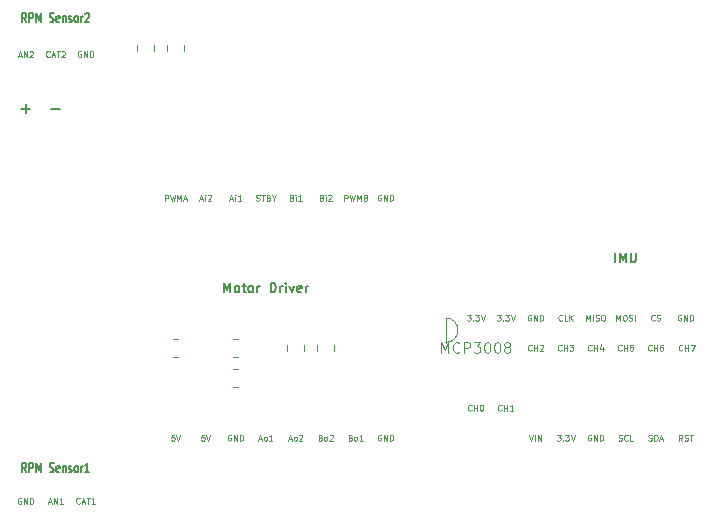
<source format=gbr>
%TF.GenerationSoftware,KiCad,Pcbnew,(6.0.7-1)-1*%
%TF.CreationDate,2022-09-15T19:16:24-07:00*%
%TF.ProjectId,KamiPCBv2,4b616d69-5043-4427-9632-2e6b69636164,rev?*%
%TF.SameCoordinates,Original*%
%TF.FileFunction,Legend,Top*%
%TF.FilePolarity,Positive*%
%FSLAX46Y46*%
G04 Gerber Fmt 4.6, Leading zero omitted, Abs format (unit mm)*
G04 Created by KiCad (PCBNEW (6.0.7-1)-1) date 2022-09-15 19:16:24*
%MOMM*%
%LPD*%
G01*
G04 APERTURE LIST*
%ADD10C,0.120000*%
%ADD11C,0.125000*%
%ADD12C,0.150000*%
%ADD13C,0.121920*%
G04 APERTURE END LIST*
D10*
X147320000Y-109220000D02*
X147320000Y-111300000D01*
X147320000Y-111300000D02*
G75*
G03*
X147320000Y-109220000I0J1040000D01*
G01*
D11*
X164492857Y-119582380D02*
X164564285Y-119606190D01*
X164683333Y-119606190D01*
X164730952Y-119582380D01*
X164754761Y-119558571D01*
X164778571Y-119510952D01*
X164778571Y-119463333D01*
X164754761Y-119415714D01*
X164730952Y-119391904D01*
X164683333Y-119368095D01*
X164588095Y-119344285D01*
X164540476Y-119320476D01*
X164516666Y-119296666D01*
X164492857Y-119249047D01*
X164492857Y-119201428D01*
X164516666Y-119153809D01*
X164540476Y-119130000D01*
X164588095Y-119106190D01*
X164707142Y-119106190D01*
X164778571Y-119130000D01*
X164992857Y-119606190D02*
X164992857Y-119106190D01*
X165111904Y-119106190D01*
X165183333Y-119130000D01*
X165230952Y-119177619D01*
X165254761Y-119225238D01*
X165278571Y-119320476D01*
X165278571Y-119391904D01*
X165254761Y-119487142D01*
X165230952Y-119534761D01*
X165183333Y-119582380D01*
X165111904Y-119606190D01*
X164992857Y-119606190D01*
X165469047Y-119463333D02*
X165707142Y-119463333D01*
X165421428Y-119606190D02*
X165588095Y-119106190D01*
X165754761Y-119606190D01*
X159639047Y-119130000D02*
X159591428Y-119106190D01*
X159520000Y-119106190D01*
X159448571Y-119130000D01*
X159400952Y-119177619D01*
X159377142Y-119225238D01*
X159353333Y-119320476D01*
X159353333Y-119391904D01*
X159377142Y-119487142D01*
X159400952Y-119534761D01*
X159448571Y-119582380D01*
X159520000Y-119606190D01*
X159567619Y-119606190D01*
X159639047Y-119582380D01*
X159662857Y-119558571D01*
X159662857Y-119391904D01*
X159567619Y-119391904D01*
X159877142Y-119606190D02*
X159877142Y-119106190D01*
X160162857Y-119606190D01*
X160162857Y-119106190D01*
X160400952Y-119606190D02*
X160400952Y-119106190D01*
X160520000Y-119106190D01*
X160591428Y-119130000D01*
X160639047Y-119177619D01*
X160662857Y-119225238D01*
X160686666Y-119320476D01*
X160686666Y-119391904D01*
X160662857Y-119487142D01*
X160639047Y-119534761D01*
X160591428Y-119582380D01*
X160520000Y-119606190D01*
X160400952Y-119606190D01*
X116351904Y-124898600D02*
X116328095Y-124922409D01*
X116256666Y-124946219D01*
X116209047Y-124946219D01*
X116137619Y-124922409D01*
X116090000Y-124874790D01*
X116066190Y-124827171D01*
X116042380Y-124731933D01*
X116042380Y-124660505D01*
X116066190Y-124565267D01*
X116090000Y-124517648D01*
X116137619Y-124470029D01*
X116209047Y-124446219D01*
X116256666Y-124446219D01*
X116328095Y-124470029D01*
X116351904Y-124493838D01*
X116542380Y-124803362D02*
X116780476Y-124803362D01*
X116494761Y-124946219D02*
X116661428Y-124446219D01*
X116828095Y-124946219D01*
X116923333Y-124446219D02*
X117209047Y-124446219D01*
X117066190Y-124946219D02*
X117066190Y-124446219D01*
X117637619Y-124946219D02*
X117351904Y-124946219D01*
X117494761Y-124946219D02*
X117494761Y-124446219D01*
X117447142Y-124517648D01*
X117399523Y-124565267D01*
X117351904Y-124589076D01*
D12*
X113919047Y-91511428D02*
X114680952Y-91511428D01*
X111814285Y-84181904D02*
X111614285Y-83800952D01*
X111471428Y-84181904D02*
X111471428Y-83381904D01*
X111700000Y-83381904D01*
X111757142Y-83420000D01*
X111785714Y-83458095D01*
X111814285Y-83534285D01*
X111814285Y-83648571D01*
X111785714Y-83724761D01*
X111757142Y-83762857D01*
X111700000Y-83800952D01*
X111471428Y-83800952D01*
X112071428Y-84181904D02*
X112071428Y-83381904D01*
X112300000Y-83381904D01*
X112357142Y-83420000D01*
X112385714Y-83458095D01*
X112414285Y-83534285D01*
X112414285Y-83648571D01*
X112385714Y-83724761D01*
X112357142Y-83762857D01*
X112300000Y-83800952D01*
X112071428Y-83800952D01*
X112671428Y-84181904D02*
X112671428Y-83381904D01*
X112871428Y-83953333D01*
X113071428Y-83381904D01*
X113071428Y-84181904D01*
X113785714Y-84143809D02*
X113871428Y-84181904D01*
X114014285Y-84181904D01*
X114071428Y-84143809D01*
X114100000Y-84105714D01*
X114128571Y-84029523D01*
X114128571Y-83953333D01*
X114100000Y-83877142D01*
X114071428Y-83839047D01*
X114014285Y-83800952D01*
X113900000Y-83762857D01*
X113842857Y-83724761D01*
X113814285Y-83686666D01*
X113785714Y-83610476D01*
X113785714Y-83534285D01*
X113814285Y-83458095D01*
X113842857Y-83420000D01*
X113900000Y-83381904D01*
X114042857Y-83381904D01*
X114128571Y-83420000D01*
X114614285Y-84143809D02*
X114557142Y-84181904D01*
X114442857Y-84181904D01*
X114385714Y-84143809D01*
X114357142Y-84067619D01*
X114357142Y-83762857D01*
X114385714Y-83686666D01*
X114442857Y-83648571D01*
X114557142Y-83648571D01*
X114614285Y-83686666D01*
X114642857Y-83762857D01*
X114642857Y-83839047D01*
X114357142Y-83915238D01*
X114900000Y-83648571D02*
X114900000Y-84181904D01*
X114900000Y-83724761D02*
X114928571Y-83686666D01*
X114985714Y-83648571D01*
X115071428Y-83648571D01*
X115128571Y-83686666D01*
X115157142Y-83762857D01*
X115157142Y-84181904D01*
X115414285Y-84143809D02*
X115471428Y-84181904D01*
X115585714Y-84181904D01*
X115642857Y-84143809D01*
X115671428Y-84067619D01*
X115671428Y-84029523D01*
X115642857Y-83953333D01*
X115585714Y-83915238D01*
X115500000Y-83915238D01*
X115442857Y-83877142D01*
X115414285Y-83800952D01*
X115414285Y-83762857D01*
X115442857Y-83686666D01*
X115500000Y-83648571D01*
X115585714Y-83648571D01*
X115642857Y-83686666D01*
X116014285Y-84181904D02*
X115957142Y-84143809D01*
X115928571Y-84105714D01*
X115900000Y-84029523D01*
X115900000Y-83800952D01*
X115928571Y-83724761D01*
X115957142Y-83686666D01*
X116014285Y-83648571D01*
X116100000Y-83648571D01*
X116157142Y-83686666D01*
X116185714Y-83724761D01*
X116214285Y-83800952D01*
X116214285Y-84029523D01*
X116185714Y-84105714D01*
X116157142Y-84143809D01*
X116100000Y-84181904D01*
X116014285Y-84181904D01*
X116471428Y-84181904D02*
X116471428Y-83648571D01*
X116471428Y-83800952D02*
X116500000Y-83724761D01*
X116528571Y-83686666D01*
X116585714Y-83648571D01*
X116642857Y-83648571D01*
X116814285Y-83458095D02*
X116842857Y-83420000D01*
X116900000Y-83381904D01*
X117042857Y-83381904D01*
X117100000Y-83420000D01*
X117128571Y-83458095D01*
X117157142Y-83534285D01*
X117157142Y-83610476D01*
X117128571Y-83724761D01*
X116785714Y-84181904D01*
X117157142Y-84181904D01*
D11*
X141859047Y-98810000D02*
X141811428Y-98786190D01*
X141740000Y-98786190D01*
X141668571Y-98810000D01*
X141620952Y-98857619D01*
X141597142Y-98905238D01*
X141573333Y-99000476D01*
X141573333Y-99071904D01*
X141597142Y-99167142D01*
X141620952Y-99214761D01*
X141668571Y-99262380D01*
X141740000Y-99286190D01*
X141787619Y-99286190D01*
X141859047Y-99262380D01*
X141882857Y-99238571D01*
X141882857Y-99071904D01*
X141787619Y-99071904D01*
X142097142Y-99286190D02*
X142097142Y-98786190D01*
X142382857Y-99286190D01*
X142382857Y-98786190D01*
X142620952Y-99286190D02*
X142620952Y-98786190D01*
X142740000Y-98786190D01*
X142811428Y-98810000D01*
X142859047Y-98857619D01*
X142882857Y-98905238D01*
X142906666Y-99000476D01*
X142906666Y-99071904D01*
X142882857Y-99167142D01*
X142859047Y-99214761D01*
X142811428Y-99262380D01*
X142740000Y-99286190D01*
X142620952Y-99286190D01*
X159674761Y-111938571D02*
X159650952Y-111962380D01*
X159579523Y-111986190D01*
X159531904Y-111986190D01*
X159460476Y-111962380D01*
X159412857Y-111914761D01*
X159389047Y-111867142D01*
X159365238Y-111771904D01*
X159365238Y-111700476D01*
X159389047Y-111605238D01*
X159412857Y-111557619D01*
X159460476Y-111510000D01*
X159531904Y-111486190D01*
X159579523Y-111486190D01*
X159650952Y-111510000D01*
X159674761Y-111533809D01*
X159889047Y-111986190D02*
X159889047Y-111486190D01*
X159889047Y-111724285D02*
X160174761Y-111724285D01*
X160174761Y-111986190D02*
X160174761Y-111486190D01*
X160627142Y-111652857D02*
X160627142Y-111986190D01*
X160508095Y-111462380D02*
X160389047Y-111819523D01*
X160698571Y-111819523D01*
X129159047Y-119130000D02*
X129111428Y-119106190D01*
X129040000Y-119106190D01*
X128968571Y-119130000D01*
X128920952Y-119177619D01*
X128897142Y-119225238D01*
X128873333Y-119320476D01*
X128873333Y-119391904D01*
X128897142Y-119487142D01*
X128920952Y-119534761D01*
X128968571Y-119582380D01*
X129040000Y-119606190D01*
X129087619Y-119606190D01*
X129159047Y-119582380D01*
X129182857Y-119558571D01*
X129182857Y-119391904D01*
X129087619Y-119391904D01*
X129397142Y-119606190D02*
X129397142Y-119106190D01*
X129682857Y-119606190D01*
X129682857Y-119106190D01*
X129920952Y-119606190D02*
X129920952Y-119106190D01*
X130040000Y-119106190D01*
X130111428Y-119130000D01*
X130159047Y-119177619D01*
X130182857Y-119225238D01*
X130206666Y-119320476D01*
X130206666Y-119391904D01*
X130182857Y-119487142D01*
X130159047Y-119534761D01*
X130111428Y-119582380D01*
X130040000Y-119606190D01*
X129920952Y-119606190D01*
X111379047Y-124491416D02*
X111331428Y-124467606D01*
X111260000Y-124467606D01*
X111188571Y-124491416D01*
X111140952Y-124539035D01*
X111117142Y-124586654D01*
X111093333Y-124681892D01*
X111093333Y-124753320D01*
X111117142Y-124848558D01*
X111140952Y-124896177D01*
X111188571Y-124943796D01*
X111260000Y-124967606D01*
X111307619Y-124967606D01*
X111379047Y-124943796D01*
X111402857Y-124919987D01*
X111402857Y-124753320D01*
X111307619Y-124753320D01*
X111617142Y-124967606D02*
X111617142Y-124467606D01*
X111902857Y-124967606D01*
X111902857Y-124467606D01*
X112140952Y-124967606D02*
X112140952Y-124467606D01*
X112260000Y-124467606D01*
X112331428Y-124491416D01*
X112379047Y-124539035D01*
X112402857Y-124586654D01*
X112426666Y-124681892D01*
X112426666Y-124753320D01*
X112402857Y-124848558D01*
X112379047Y-124896177D01*
X112331428Y-124943796D01*
X112260000Y-124967606D01*
X112140952Y-124967606D01*
X167376560Y-111938571D02*
X167352751Y-111962380D01*
X167281322Y-111986190D01*
X167233703Y-111986190D01*
X167162275Y-111962380D01*
X167114656Y-111914761D01*
X167090846Y-111867142D01*
X167067037Y-111771904D01*
X167067037Y-111700476D01*
X167090846Y-111605238D01*
X167114656Y-111557619D01*
X167162275Y-111510000D01*
X167233703Y-111486190D01*
X167281322Y-111486190D01*
X167352751Y-111510000D01*
X167376560Y-111533809D01*
X167590846Y-111986190D02*
X167590846Y-111486190D01*
X167590846Y-111724285D02*
X167876560Y-111724285D01*
X167876560Y-111986190D02*
X167876560Y-111486190D01*
X168067037Y-111486190D02*
X168400370Y-111486190D01*
X168186084Y-111986190D01*
X167259047Y-108970000D02*
X167211428Y-108946190D01*
X167140000Y-108946190D01*
X167068571Y-108970000D01*
X167020952Y-109017619D01*
X166997142Y-109065238D01*
X166973333Y-109160476D01*
X166973333Y-109231904D01*
X166997142Y-109327142D01*
X167020952Y-109374761D01*
X167068571Y-109422380D01*
X167140000Y-109446190D01*
X167187619Y-109446190D01*
X167259047Y-109422380D01*
X167282857Y-109398571D01*
X167282857Y-109231904D01*
X167187619Y-109231904D01*
X167497142Y-109446190D02*
X167497142Y-108946190D01*
X167782857Y-109446190D01*
X167782857Y-108946190D01*
X168020952Y-109446190D02*
X168020952Y-108946190D01*
X168140000Y-108946190D01*
X168211428Y-108970000D01*
X168259047Y-109017619D01*
X168282857Y-109065238D01*
X168306666Y-109160476D01*
X168306666Y-109231904D01*
X168282857Y-109327142D01*
X168259047Y-109374761D01*
X168211428Y-109422380D01*
X168140000Y-109446190D01*
X168020952Y-109446190D01*
X126904761Y-119106190D02*
X126666666Y-119106190D01*
X126642857Y-119344285D01*
X126666666Y-119320476D01*
X126714285Y-119296666D01*
X126833333Y-119296666D01*
X126880952Y-119320476D01*
X126904761Y-119344285D01*
X126928571Y-119391904D01*
X126928571Y-119510952D01*
X126904761Y-119558571D01*
X126880952Y-119582380D01*
X126833333Y-119606190D01*
X126714285Y-119606190D01*
X126666666Y-119582380D01*
X126642857Y-119558571D01*
X127071428Y-119106190D02*
X127238095Y-119606190D01*
X127404761Y-119106190D01*
X123543333Y-99286190D02*
X123543333Y-98786190D01*
X123733809Y-98786190D01*
X123781428Y-98810000D01*
X123805238Y-98833809D01*
X123829047Y-98881428D01*
X123829047Y-98952857D01*
X123805238Y-99000476D01*
X123781428Y-99024285D01*
X123733809Y-99048095D01*
X123543333Y-99048095D01*
X123995714Y-98786190D02*
X124114761Y-99286190D01*
X124210000Y-98929047D01*
X124305238Y-99286190D01*
X124424285Y-98786190D01*
X124614761Y-99286190D02*
X124614761Y-98786190D01*
X124781428Y-99143333D01*
X124948095Y-98786190D01*
X124948095Y-99286190D01*
X125162380Y-99143333D02*
X125400476Y-99143333D01*
X125114761Y-99286190D02*
X125281428Y-98786190D01*
X125448095Y-99286190D01*
X113811904Y-87078571D02*
X113788095Y-87102380D01*
X113716666Y-87126190D01*
X113669047Y-87126190D01*
X113597619Y-87102380D01*
X113550000Y-87054761D01*
X113526190Y-87007142D01*
X113502380Y-86911904D01*
X113502380Y-86840476D01*
X113526190Y-86745238D01*
X113550000Y-86697619D01*
X113597619Y-86650000D01*
X113669047Y-86626190D01*
X113716666Y-86626190D01*
X113788095Y-86650000D01*
X113811904Y-86673809D01*
X114002380Y-86983333D02*
X114240476Y-86983333D01*
X113954761Y-87126190D02*
X114121428Y-86626190D01*
X114288095Y-87126190D01*
X114383333Y-86626190D02*
X114669047Y-86626190D01*
X114526190Y-87126190D02*
X114526190Y-86626190D01*
X114811904Y-86673809D02*
X114835714Y-86650000D01*
X114883333Y-86626190D01*
X115002380Y-86626190D01*
X115050000Y-86650000D01*
X115073809Y-86673809D01*
X115097619Y-86721428D01*
X115097619Y-86769047D01*
X115073809Y-86840476D01*
X114788095Y-87126190D01*
X115097619Y-87126190D01*
X138747619Y-99286190D02*
X138747619Y-98786190D01*
X138938095Y-98786190D01*
X138985714Y-98810000D01*
X139009523Y-98833809D01*
X139033333Y-98881428D01*
X139033333Y-98952857D01*
X139009523Y-99000476D01*
X138985714Y-99024285D01*
X138938095Y-99048095D01*
X138747619Y-99048095D01*
X139200000Y-98786190D02*
X139319047Y-99286190D01*
X139414285Y-98929047D01*
X139509523Y-99286190D01*
X139628571Y-98786190D01*
X139819047Y-99286190D02*
X139819047Y-98786190D01*
X139985714Y-99143333D01*
X140152380Y-98786190D01*
X140152380Y-99286190D01*
X140557142Y-99024285D02*
X140628571Y-99048095D01*
X140652380Y-99071904D01*
X140676190Y-99119523D01*
X140676190Y-99190952D01*
X140652380Y-99238571D01*
X140628571Y-99262380D01*
X140580952Y-99286190D01*
X140390476Y-99286190D01*
X140390476Y-98786190D01*
X140557142Y-98786190D01*
X140604761Y-98810000D01*
X140628571Y-98833809D01*
X140652380Y-98881428D01*
X140652380Y-98929047D01*
X140628571Y-98976666D01*
X140604761Y-99000476D01*
X140557142Y-99024285D01*
X140390476Y-99024285D01*
X141859047Y-119130000D02*
X141811428Y-119106190D01*
X141740000Y-119106190D01*
X141668571Y-119130000D01*
X141620952Y-119177619D01*
X141597142Y-119225238D01*
X141573333Y-119320476D01*
X141573333Y-119391904D01*
X141597142Y-119487142D01*
X141620952Y-119534761D01*
X141668571Y-119582380D01*
X141740000Y-119606190D01*
X141787619Y-119606190D01*
X141859047Y-119582380D01*
X141882857Y-119558571D01*
X141882857Y-119391904D01*
X141787619Y-119391904D01*
X142097142Y-119606190D02*
X142097142Y-119106190D01*
X142382857Y-119606190D01*
X142382857Y-119106190D01*
X142620952Y-119606190D02*
X142620952Y-119106190D01*
X142740000Y-119106190D01*
X142811428Y-119130000D01*
X142859047Y-119177619D01*
X142882857Y-119225238D01*
X142906666Y-119320476D01*
X142906666Y-119391904D01*
X142882857Y-119487142D01*
X142859047Y-119534761D01*
X142811428Y-119582380D01*
X142740000Y-119606190D01*
X142620952Y-119606190D01*
X165016666Y-109398571D02*
X164992857Y-109422380D01*
X164921428Y-109446190D01*
X164873809Y-109446190D01*
X164802380Y-109422380D01*
X164754761Y-109374761D01*
X164730952Y-109327142D01*
X164707142Y-109231904D01*
X164707142Y-109160476D01*
X164730952Y-109065238D01*
X164754761Y-109017619D01*
X164802380Y-108970000D01*
X164873809Y-108946190D01*
X164921428Y-108946190D01*
X164992857Y-108970000D01*
X165016666Y-108993809D01*
X165207142Y-109422380D02*
X165278571Y-109446190D01*
X165397619Y-109446190D01*
X165445238Y-109422380D01*
X165469047Y-109398571D01*
X165492857Y-109350952D01*
X165492857Y-109303333D01*
X165469047Y-109255714D01*
X165445238Y-109231904D01*
X165397619Y-109208095D01*
X165302380Y-109184285D01*
X165254761Y-109160476D01*
X165230952Y-109136666D01*
X165207142Y-109089047D01*
X165207142Y-109041428D01*
X165230952Y-108993809D01*
X165254761Y-108970000D01*
X165302380Y-108946190D01*
X165421428Y-108946190D01*
X165492857Y-108970000D01*
X139271428Y-119344285D02*
X139342857Y-119368095D01*
X139366666Y-119391904D01*
X139390476Y-119439523D01*
X139390476Y-119510952D01*
X139366666Y-119558571D01*
X139342857Y-119582380D01*
X139295238Y-119606190D01*
X139104761Y-119606190D01*
X139104761Y-119106190D01*
X139271428Y-119106190D01*
X139319047Y-119130000D01*
X139342857Y-119153809D01*
X139366666Y-119201428D01*
X139366666Y-119249047D01*
X139342857Y-119296666D01*
X139319047Y-119320476D01*
X139271428Y-119344285D01*
X139104761Y-119344285D01*
X139676190Y-119606190D02*
X139628571Y-119582380D01*
X139604761Y-119558571D01*
X139580952Y-119510952D01*
X139580952Y-119368095D01*
X139604761Y-119320476D01*
X139628571Y-119296666D01*
X139676190Y-119272857D01*
X139747619Y-119272857D01*
X139795238Y-119296666D01*
X139819047Y-119320476D01*
X139842857Y-119368095D01*
X139842857Y-119510952D01*
X139819047Y-119558571D01*
X139795238Y-119582380D01*
X139747619Y-119606190D01*
X139676190Y-119606190D01*
X140319047Y-119606190D02*
X140033333Y-119606190D01*
X140176190Y-119606190D02*
X140176190Y-119106190D01*
X140128571Y-119177619D01*
X140080952Y-119225238D01*
X140033333Y-119249047D01*
X129063809Y-99143333D02*
X129301904Y-99143333D01*
X129016190Y-99286190D02*
X129182857Y-98786190D01*
X129349523Y-99286190D01*
X129516190Y-99286190D02*
X129516190Y-98952857D01*
X129516190Y-98786190D02*
X129492380Y-98810000D01*
X129516190Y-98833809D01*
X129540000Y-98810000D01*
X129516190Y-98786190D01*
X129516190Y-98833809D01*
X130016190Y-99286190D02*
X129730476Y-99286190D01*
X129873333Y-99286190D02*
X129873333Y-98786190D01*
X129825714Y-98857619D01*
X129778095Y-98905238D01*
X129730476Y-98929047D01*
X131496666Y-119463333D02*
X131734761Y-119463333D01*
X131449047Y-119606190D02*
X131615714Y-119106190D01*
X131782380Y-119606190D01*
X132020476Y-119606190D02*
X131972857Y-119582380D01*
X131949047Y-119558571D01*
X131925238Y-119510952D01*
X131925238Y-119368095D01*
X131949047Y-119320476D01*
X131972857Y-119296666D01*
X132020476Y-119272857D01*
X132091904Y-119272857D01*
X132139523Y-119296666D01*
X132163333Y-119320476D01*
X132187142Y-119368095D01*
X132187142Y-119510952D01*
X132163333Y-119558571D01*
X132139523Y-119582380D01*
X132091904Y-119606190D01*
X132020476Y-119606190D01*
X132663333Y-119606190D02*
X132377619Y-119606190D01*
X132520476Y-119606190D02*
X132520476Y-119106190D01*
X132472857Y-119177619D01*
X132425238Y-119225238D01*
X132377619Y-119249047D01*
X149514761Y-117018571D02*
X149490952Y-117042380D01*
X149419523Y-117066190D01*
X149371904Y-117066190D01*
X149300476Y-117042380D01*
X149252857Y-116994761D01*
X149229047Y-116947142D01*
X149205238Y-116851904D01*
X149205238Y-116780476D01*
X149229047Y-116685238D01*
X149252857Y-116637619D01*
X149300476Y-116590000D01*
X149371904Y-116566190D01*
X149419523Y-116566190D01*
X149490952Y-116590000D01*
X149514761Y-116613809D01*
X149729047Y-117066190D02*
X149729047Y-116566190D01*
X149729047Y-116804285D02*
X150014761Y-116804285D01*
X150014761Y-117066190D02*
X150014761Y-116566190D01*
X150348095Y-116566190D02*
X150395714Y-116566190D01*
X150443333Y-116590000D01*
X150467142Y-116613809D01*
X150490952Y-116661428D01*
X150514761Y-116756666D01*
X150514761Y-116875714D01*
X150490952Y-116970952D01*
X150467142Y-117018571D01*
X150443333Y-117042380D01*
X150395714Y-117066190D01*
X150348095Y-117066190D01*
X150300476Y-117042380D01*
X150276666Y-117018571D01*
X150252857Y-116970952D01*
X150229047Y-116875714D01*
X150229047Y-116756666D01*
X150252857Y-116661428D01*
X150276666Y-116613809D01*
X150300476Y-116590000D01*
X150348095Y-116566190D01*
X162214761Y-111938571D02*
X162190952Y-111962380D01*
X162119523Y-111986190D01*
X162071904Y-111986190D01*
X162000476Y-111962380D01*
X161952857Y-111914761D01*
X161929047Y-111867142D01*
X161905238Y-111771904D01*
X161905238Y-111700476D01*
X161929047Y-111605238D01*
X161952857Y-111557619D01*
X162000476Y-111510000D01*
X162071904Y-111486190D01*
X162119523Y-111486190D01*
X162190952Y-111510000D01*
X162214761Y-111533809D01*
X162429047Y-111986190D02*
X162429047Y-111486190D01*
X162429047Y-111724285D02*
X162714761Y-111724285D01*
X162714761Y-111986190D02*
X162714761Y-111486190D01*
X163190952Y-111486190D02*
X162952857Y-111486190D01*
X162929047Y-111724285D01*
X162952857Y-111700476D01*
X163000476Y-111676666D01*
X163119523Y-111676666D01*
X163167142Y-111700476D01*
X163190952Y-111724285D01*
X163214761Y-111771904D01*
X163214761Y-111890952D01*
X163190952Y-111938571D01*
X163167142Y-111962380D01*
X163119523Y-111986190D01*
X163000476Y-111986190D01*
X162952857Y-111962380D01*
X162929047Y-111938571D01*
X136838571Y-99024285D02*
X136910000Y-99048095D01*
X136933809Y-99071904D01*
X136957619Y-99119523D01*
X136957619Y-99190952D01*
X136933809Y-99238571D01*
X136910000Y-99262380D01*
X136862380Y-99286190D01*
X136671904Y-99286190D01*
X136671904Y-98786190D01*
X136838571Y-98786190D01*
X136886190Y-98810000D01*
X136910000Y-98833809D01*
X136933809Y-98881428D01*
X136933809Y-98929047D01*
X136910000Y-98976666D01*
X136886190Y-99000476D01*
X136838571Y-99024285D01*
X136671904Y-99024285D01*
X137171904Y-99286190D02*
X137171904Y-98952857D01*
X137171904Y-98786190D02*
X137148095Y-98810000D01*
X137171904Y-98833809D01*
X137195714Y-98810000D01*
X137171904Y-98786190D01*
X137171904Y-98833809D01*
X137386190Y-98833809D02*
X137410000Y-98810000D01*
X137457619Y-98786190D01*
X137576666Y-98786190D01*
X137624285Y-98810000D01*
X137648095Y-98833809D01*
X137671904Y-98881428D01*
X137671904Y-98929047D01*
X137648095Y-99000476D01*
X137362380Y-99286190D01*
X137671904Y-99286190D01*
X157134761Y-111938571D02*
X157110952Y-111962380D01*
X157039523Y-111986190D01*
X156991904Y-111986190D01*
X156920476Y-111962380D01*
X156872857Y-111914761D01*
X156849047Y-111867142D01*
X156825238Y-111771904D01*
X156825238Y-111700476D01*
X156849047Y-111605238D01*
X156872857Y-111557619D01*
X156920476Y-111510000D01*
X156991904Y-111486190D01*
X157039523Y-111486190D01*
X157110952Y-111510000D01*
X157134761Y-111533809D01*
X157349047Y-111986190D02*
X157349047Y-111486190D01*
X157349047Y-111724285D02*
X157634761Y-111724285D01*
X157634761Y-111986190D02*
X157634761Y-111486190D01*
X157825238Y-111486190D02*
X158134761Y-111486190D01*
X157968095Y-111676666D01*
X158039523Y-111676666D01*
X158087142Y-111700476D01*
X158110952Y-111724285D01*
X158134761Y-111771904D01*
X158134761Y-111890952D01*
X158110952Y-111938571D01*
X158087142Y-111962380D01*
X158039523Y-111986190D01*
X157896666Y-111986190D01*
X157849047Y-111962380D01*
X157825238Y-111938571D01*
X149121904Y-108946190D02*
X149431428Y-108946190D01*
X149264761Y-109136666D01*
X149336190Y-109136666D01*
X149383809Y-109160476D01*
X149407619Y-109184285D01*
X149431428Y-109231904D01*
X149431428Y-109350952D01*
X149407619Y-109398571D01*
X149383809Y-109422380D01*
X149336190Y-109446190D01*
X149193333Y-109446190D01*
X149145714Y-109422380D01*
X149121904Y-109398571D01*
X149645714Y-109398571D02*
X149669523Y-109422380D01*
X149645714Y-109446190D01*
X149621904Y-109422380D01*
X149645714Y-109398571D01*
X149645714Y-109446190D01*
X149836190Y-108946190D02*
X150145714Y-108946190D01*
X149979047Y-109136666D01*
X150050476Y-109136666D01*
X150098095Y-109160476D01*
X150121904Y-109184285D01*
X150145714Y-109231904D01*
X150145714Y-109350952D01*
X150121904Y-109398571D01*
X150098095Y-109422380D01*
X150050476Y-109446190D01*
X149907619Y-109446190D01*
X149860000Y-109422380D01*
X149836190Y-109398571D01*
X150288571Y-108946190D02*
X150455238Y-109446190D01*
X150621904Y-108946190D01*
D12*
X111814285Y-122281904D02*
X111614285Y-121900952D01*
X111471428Y-122281904D02*
X111471428Y-121481904D01*
X111700000Y-121481904D01*
X111757142Y-121520000D01*
X111785714Y-121558095D01*
X111814285Y-121634285D01*
X111814285Y-121748571D01*
X111785714Y-121824761D01*
X111757142Y-121862857D01*
X111700000Y-121900952D01*
X111471428Y-121900952D01*
X112071428Y-122281904D02*
X112071428Y-121481904D01*
X112300000Y-121481904D01*
X112357142Y-121520000D01*
X112385714Y-121558095D01*
X112414285Y-121634285D01*
X112414285Y-121748571D01*
X112385714Y-121824761D01*
X112357142Y-121862857D01*
X112300000Y-121900952D01*
X112071428Y-121900952D01*
X112671428Y-122281904D02*
X112671428Y-121481904D01*
X112871428Y-122053333D01*
X113071428Y-121481904D01*
X113071428Y-122281904D01*
X113785714Y-122243809D02*
X113871428Y-122281904D01*
X114014285Y-122281904D01*
X114071428Y-122243809D01*
X114100000Y-122205714D01*
X114128571Y-122129523D01*
X114128571Y-122053333D01*
X114100000Y-121977142D01*
X114071428Y-121939047D01*
X114014285Y-121900952D01*
X113900000Y-121862857D01*
X113842857Y-121824761D01*
X113814285Y-121786666D01*
X113785714Y-121710476D01*
X113785714Y-121634285D01*
X113814285Y-121558095D01*
X113842857Y-121520000D01*
X113900000Y-121481904D01*
X114042857Y-121481904D01*
X114128571Y-121520000D01*
X114614285Y-122243809D02*
X114557142Y-122281904D01*
X114442857Y-122281904D01*
X114385714Y-122243809D01*
X114357142Y-122167619D01*
X114357142Y-121862857D01*
X114385714Y-121786666D01*
X114442857Y-121748571D01*
X114557142Y-121748571D01*
X114614285Y-121786666D01*
X114642857Y-121862857D01*
X114642857Y-121939047D01*
X114357142Y-122015238D01*
X114900000Y-121748571D02*
X114900000Y-122281904D01*
X114900000Y-121824761D02*
X114928571Y-121786666D01*
X114985714Y-121748571D01*
X115071428Y-121748571D01*
X115128571Y-121786666D01*
X115157142Y-121862857D01*
X115157142Y-122281904D01*
X115414285Y-122243809D02*
X115471428Y-122281904D01*
X115585714Y-122281904D01*
X115642857Y-122243809D01*
X115671428Y-122167619D01*
X115671428Y-122129523D01*
X115642857Y-122053333D01*
X115585714Y-122015238D01*
X115500000Y-122015238D01*
X115442857Y-121977142D01*
X115414285Y-121900952D01*
X115414285Y-121862857D01*
X115442857Y-121786666D01*
X115500000Y-121748571D01*
X115585714Y-121748571D01*
X115642857Y-121786666D01*
X116014285Y-122281904D02*
X115957142Y-122243809D01*
X115928571Y-122205714D01*
X115900000Y-122129523D01*
X115900000Y-121900952D01*
X115928571Y-121824761D01*
X115957142Y-121786666D01*
X116014285Y-121748571D01*
X116100000Y-121748571D01*
X116157142Y-121786666D01*
X116185714Y-121824761D01*
X116214285Y-121900952D01*
X116214285Y-122129523D01*
X116185714Y-122205714D01*
X116157142Y-122243809D01*
X116100000Y-122281904D01*
X116014285Y-122281904D01*
X116471428Y-122281904D02*
X116471428Y-121748571D01*
X116471428Y-121900952D02*
X116500000Y-121824761D01*
X116528571Y-121786666D01*
X116585714Y-121748571D01*
X116642857Y-121748571D01*
X117157142Y-122281904D02*
X116814285Y-122281904D01*
X116985714Y-122281904D02*
X116985714Y-121481904D01*
X116928571Y-121596190D01*
X116871428Y-121672380D01*
X116814285Y-121710476D01*
D11*
X113680952Y-124803362D02*
X113919047Y-124803362D01*
X113633333Y-124946219D02*
X113800000Y-124446219D01*
X113966666Y-124946219D01*
X114133333Y-124946219D02*
X114133333Y-124446219D01*
X114419047Y-124946219D01*
X114419047Y-124446219D01*
X114919047Y-124946219D02*
X114633333Y-124946219D01*
X114776190Y-124946219D02*
X114776190Y-124446219D01*
X114728571Y-124517648D01*
X114680952Y-124565267D01*
X114633333Y-124589076D01*
X161774285Y-109446190D02*
X161774285Y-108946190D01*
X161940952Y-109303333D01*
X162107619Y-108946190D01*
X162107619Y-109446190D01*
X162440952Y-108946190D02*
X162536190Y-108946190D01*
X162583809Y-108970000D01*
X162631428Y-109017619D01*
X162655238Y-109112857D01*
X162655238Y-109279523D01*
X162631428Y-109374761D01*
X162583809Y-109422380D01*
X162536190Y-109446190D01*
X162440952Y-109446190D01*
X162393333Y-109422380D01*
X162345714Y-109374761D01*
X162321904Y-109279523D01*
X162321904Y-109112857D01*
X162345714Y-109017619D01*
X162393333Y-108970000D01*
X162440952Y-108946190D01*
X162845714Y-109422380D02*
X162917142Y-109446190D01*
X163036190Y-109446190D01*
X163083809Y-109422380D01*
X163107619Y-109398571D01*
X163131428Y-109350952D01*
X163131428Y-109303333D01*
X163107619Y-109255714D01*
X163083809Y-109231904D01*
X163036190Y-109208095D01*
X162940952Y-109184285D01*
X162893333Y-109160476D01*
X162869523Y-109136666D01*
X162845714Y-109089047D01*
X162845714Y-109041428D01*
X162869523Y-108993809D01*
X162893333Y-108970000D01*
X162940952Y-108946190D01*
X163060000Y-108946190D01*
X163131428Y-108970000D01*
X163345714Y-109446190D02*
X163345714Y-108946190D01*
X167366190Y-119606190D02*
X167199523Y-119368095D01*
X167080476Y-119606190D02*
X167080476Y-119106190D01*
X167270952Y-119106190D01*
X167318571Y-119130000D01*
X167342380Y-119153809D01*
X167366190Y-119201428D01*
X167366190Y-119272857D01*
X167342380Y-119320476D01*
X167318571Y-119344285D01*
X167270952Y-119368095D01*
X167080476Y-119368095D01*
X167556666Y-119582380D02*
X167628095Y-119606190D01*
X167747142Y-119606190D01*
X167794761Y-119582380D01*
X167818571Y-119558571D01*
X167842380Y-119510952D01*
X167842380Y-119463333D01*
X167818571Y-119415714D01*
X167794761Y-119391904D01*
X167747142Y-119368095D01*
X167651904Y-119344285D01*
X167604285Y-119320476D01*
X167580476Y-119296666D01*
X167556666Y-119249047D01*
X167556666Y-119201428D01*
X167580476Y-119153809D01*
X167604285Y-119130000D01*
X167651904Y-119106190D01*
X167770952Y-119106190D01*
X167842380Y-119130000D01*
X167985238Y-119106190D02*
X168270952Y-119106190D01*
X168128095Y-119606190D02*
X168128095Y-119106190D01*
X161964761Y-119582380D02*
X162036190Y-119606190D01*
X162155238Y-119606190D01*
X162202857Y-119582380D01*
X162226666Y-119558571D01*
X162250476Y-119510952D01*
X162250476Y-119463333D01*
X162226666Y-119415714D01*
X162202857Y-119391904D01*
X162155238Y-119368095D01*
X162060000Y-119344285D01*
X162012380Y-119320476D01*
X161988571Y-119296666D01*
X161964761Y-119249047D01*
X161964761Y-119201428D01*
X161988571Y-119153809D01*
X162012380Y-119130000D01*
X162060000Y-119106190D01*
X162179047Y-119106190D01*
X162250476Y-119130000D01*
X162750476Y-119558571D02*
X162726666Y-119582380D01*
X162655238Y-119606190D01*
X162607619Y-119606190D01*
X162536190Y-119582380D01*
X162488571Y-119534761D01*
X162464761Y-119487142D01*
X162440952Y-119391904D01*
X162440952Y-119320476D01*
X162464761Y-119225238D01*
X162488571Y-119177619D01*
X162536190Y-119130000D01*
X162607619Y-119106190D01*
X162655238Y-119106190D01*
X162726666Y-119130000D01*
X162750476Y-119153809D01*
X163202857Y-119606190D02*
X162964761Y-119606190D01*
X162964761Y-119106190D01*
D12*
X111379047Y-91511428D02*
X112140952Y-91511428D01*
X111760000Y-91892380D02*
X111760000Y-91130476D01*
D11*
X164754761Y-111938571D02*
X164730952Y-111962380D01*
X164659523Y-111986190D01*
X164611904Y-111986190D01*
X164540476Y-111962380D01*
X164492857Y-111914761D01*
X164469047Y-111867142D01*
X164445238Y-111771904D01*
X164445238Y-111700476D01*
X164469047Y-111605238D01*
X164492857Y-111557619D01*
X164540476Y-111510000D01*
X164611904Y-111486190D01*
X164659523Y-111486190D01*
X164730952Y-111510000D01*
X164754761Y-111533809D01*
X164969047Y-111986190D02*
X164969047Y-111486190D01*
X164969047Y-111724285D02*
X165254761Y-111724285D01*
X165254761Y-111986190D02*
X165254761Y-111486190D01*
X165707142Y-111486190D02*
X165611904Y-111486190D01*
X165564285Y-111510000D01*
X165540476Y-111533809D01*
X165492857Y-111605238D01*
X165469047Y-111700476D01*
X165469047Y-111890952D01*
X165492857Y-111938571D01*
X165516666Y-111962380D01*
X165564285Y-111986190D01*
X165659523Y-111986190D01*
X165707142Y-111962380D01*
X165730952Y-111938571D01*
X165754761Y-111890952D01*
X165754761Y-111771904D01*
X165730952Y-111724285D01*
X165707142Y-111700476D01*
X165659523Y-111676666D01*
X165564285Y-111676666D01*
X165516666Y-111700476D01*
X165492857Y-111724285D01*
X165469047Y-111771904D01*
X111140952Y-87004720D02*
X111379047Y-87004720D01*
X111093333Y-87147577D02*
X111260000Y-86647577D01*
X111426666Y-87147577D01*
X111593333Y-87147577D02*
X111593333Y-86647577D01*
X111879047Y-87147577D01*
X111879047Y-86647577D01*
X112093333Y-86695196D02*
X112117142Y-86671387D01*
X112164761Y-86647577D01*
X112283809Y-86647577D01*
X112331428Y-86671387D01*
X112355238Y-86695196D01*
X112379047Y-86742815D01*
X112379047Y-86790434D01*
X112355238Y-86861863D01*
X112069523Y-87147577D01*
X112379047Y-87147577D01*
X152054761Y-117018571D02*
X152030952Y-117042380D01*
X151959523Y-117066190D01*
X151911904Y-117066190D01*
X151840476Y-117042380D01*
X151792857Y-116994761D01*
X151769047Y-116947142D01*
X151745238Y-116851904D01*
X151745238Y-116780476D01*
X151769047Y-116685238D01*
X151792857Y-116637619D01*
X151840476Y-116590000D01*
X151911904Y-116566190D01*
X151959523Y-116566190D01*
X152030952Y-116590000D01*
X152054761Y-116613809D01*
X152269047Y-117066190D02*
X152269047Y-116566190D01*
X152269047Y-116804285D02*
X152554761Y-116804285D01*
X152554761Y-117066190D02*
X152554761Y-116566190D01*
X153054761Y-117066190D02*
X152769047Y-117066190D01*
X152911904Y-117066190D02*
X152911904Y-116566190D01*
X152864285Y-116637619D01*
X152816666Y-116685238D01*
X152769047Y-116709047D01*
X159234285Y-109446190D02*
X159234285Y-108946190D01*
X159400952Y-109303333D01*
X159567619Y-108946190D01*
X159567619Y-109446190D01*
X159805714Y-109446190D02*
X159805714Y-108946190D01*
X160020000Y-109422380D02*
X160091428Y-109446190D01*
X160210476Y-109446190D01*
X160258095Y-109422380D01*
X160281904Y-109398571D01*
X160305714Y-109350952D01*
X160305714Y-109303333D01*
X160281904Y-109255714D01*
X160258095Y-109231904D01*
X160210476Y-109208095D01*
X160115238Y-109184285D01*
X160067619Y-109160476D01*
X160043809Y-109136666D01*
X160020000Y-109089047D01*
X160020000Y-109041428D01*
X160043809Y-108993809D01*
X160067619Y-108970000D01*
X160115238Y-108946190D01*
X160234285Y-108946190D01*
X160305714Y-108970000D01*
X160615238Y-108946190D02*
X160710476Y-108946190D01*
X160758095Y-108970000D01*
X160805714Y-109017619D01*
X160829523Y-109112857D01*
X160829523Y-109279523D01*
X160805714Y-109374761D01*
X160758095Y-109422380D01*
X160710476Y-109446190D01*
X160615238Y-109446190D01*
X160567619Y-109422380D01*
X160520000Y-109374761D01*
X160496190Y-109279523D01*
X160496190Y-109112857D01*
X160520000Y-109017619D01*
X160567619Y-108970000D01*
X160615238Y-108946190D01*
D13*
X146964883Y-112164464D02*
X146964883Y-111270384D01*
X147262910Y-111909013D01*
X147560937Y-111270384D01*
X147560937Y-112164464D01*
X148497592Y-112079314D02*
X148455017Y-112121889D01*
X148327291Y-112164464D01*
X148242140Y-112164464D01*
X148114415Y-112121889D01*
X148029264Y-112036739D01*
X147986689Y-111951588D01*
X147944114Y-111781287D01*
X147944114Y-111653561D01*
X147986689Y-111483260D01*
X148029264Y-111398110D01*
X148114415Y-111312960D01*
X148242140Y-111270384D01*
X148327291Y-111270384D01*
X148455017Y-111312960D01*
X148497592Y-111355535D01*
X148880769Y-112164464D02*
X148880769Y-111270384D01*
X149221371Y-111270384D01*
X149306521Y-111312960D01*
X149349097Y-111355535D01*
X149391672Y-111440685D01*
X149391672Y-111568411D01*
X149349097Y-111653561D01*
X149306521Y-111696137D01*
X149221371Y-111738712D01*
X148880769Y-111738712D01*
X149689699Y-111270384D02*
X150243177Y-111270384D01*
X149945150Y-111610986D01*
X150072876Y-111610986D01*
X150158026Y-111653561D01*
X150200601Y-111696137D01*
X150243177Y-111781287D01*
X150243177Y-111994163D01*
X150200601Y-112079314D01*
X150158026Y-112121889D01*
X150072876Y-112164464D01*
X149817424Y-112164464D01*
X149732274Y-112121889D01*
X149689699Y-112079314D01*
X150796655Y-111270384D02*
X150881805Y-111270384D01*
X150966956Y-111312960D01*
X151009531Y-111355535D01*
X151052106Y-111440685D01*
X151094681Y-111610986D01*
X151094681Y-111823862D01*
X151052106Y-111994163D01*
X151009531Y-112079314D01*
X150966956Y-112121889D01*
X150881805Y-112164464D01*
X150796655Y-112164464D01*
X150711504Y-112121889D01*
X150668929Y-112079314D01*
X150626354Y-111994163D01*
X150583779Y-111823862D01*
X150583779Y-111610986D01*
X150626354Y-111440685D01*
X150668929Y-111355535D01*
X150711504Y-111312960D01*
X150796655Y-111270384D01*
X151648160Y-111270384D02*
X151733310Y-111270384D01*
X151818460Y-111312960D01*
X151861036Y-111355535D01*
X151903611Y-111440685D01*
X151946186Y-111610986D01*
X151946186Y-111823862D01*
X151903611Y-111994163D01*
X151861036Y-112079314D01*
X151818460Y-112121889D01*
X151733310Y-112164464D01*
X151648160Y-112164464D01*
X151563009Y-112121889D01*
X151520434Y-112079314D01*
X151477859Y-111994163D01*
X151435283Y-111823862D01*
X151435283Y-111610986D01*
X151477859Y-111440685D01*
X151520434Y-111355535D01*
X151563009Y-111312960D01*
X151648160Y-111270384D01*
X152457089Y-111653561D02*
X152371939Y-111610986D01*
X152329363Y-111568411D01*
X152286788Y-111483260D01*
X152286788Y-111440685D01*
X152329363Y-111355535D01*
X152371939Y-111312960D01*
X152457089Y-111270384D01*
X152627390Y-111270384D01*
X152712540Y-111312960D01*
X152755116Y-111355535D01*
X152797691Y-111440685D01*
X152797691Y-111483260D01*
X152755116Y-111568411D01*
X152712540Y-111610986D01*
X152627390Y-111653561D01*
X152457089Y-111653561D01*
X152371939Y-111696137D01*
X152329363Y-111738712D01*
X152286788Y-111823862D01*
X152286788Y-111994163D01*
X152329363Y-112079314D01*
X152371939Y-112121889D01*
X152457089Y-112164464D01*
X152627390Y-112164464D01*
X152712540Y-112121889D01*
X152755116Y-112079314D01*
X152797691Y-111994163D01*
X152797691Y-111823862D01*
X152755116Y-111738712D01*
X152712540Y-111696137D01*
X152627390Y-111653561D01*
D11*
X124364761Y-119106190D02*
X124126666Y-119106190D01*
X124102857Y-119344285D01*
X124126666Y-119320476D01*
X124174285Y-119296666D01*
X124293333Y-119296666D01*
X124340952Y-119320476D01*
X124364761Y-119344285D01*
X124388571Y-119391904D01*
X124388571Y-119510952D01*
X124364761Y-119558571D01*
X124340952Y-119582380D01*
X124293333Y-119606190D01*
X124174285Y-119606190D01*
X124126666Y-119582380D01*
X124102857Y-119558571D01*
X124531428Y-119106190D02*
X124698095Y-119606190D01*
X124864761Y-119106190D01*
D12*
X128575238Y-107041904D02*
X128575238Y-106241904D01*
X128841904Y-106813333D01*
X129108571Y-106241904D01*
X129108571Y-107041904D01*
X129603809Y-107041904D02*
X129527619Y-107003809D01*
X129489523Y-106965714D01*
X129451428Y-106889523D01*
X129451428Y-106660952D01*
X129489523Y-106584761D01*
X129527619Y-106546666D01*
X129603809Y-106508571D01*
X129718095Y-106508571D01*
X129794285Y-106546666D01*
X129832380Y-106584761D01*
X129870476Y-106660952D01*
X129870476Y-106889523D01*
X129832380Y-106965714D01*
X129794285Y-107003809D01*
X129718095Y-107041904D01*
X129603809Y-107041904D01*
X130099047Y-106508571D02*
X130403809Y-106508571D01*
X130213333Y-106241904D02*
X130213333Y-106927619D01*
X130251428Y-107003809D01*
X130327619Y-107041904D01*
X130403809Y-107041904D01*
X130784761Y-107041904D02*
X130708571Y-107003809D01*
X130670476Y-106965714D01*
X130632380Y-106889523D01*
X130632380Y-106660952D01*
X130670476Y-106584761D01*
X130708571Y-106546666D01*
X130784761Y-106508571D01*
X130899047Y-106508571D01*
X130975238Y-106546666D01*
X131013333Y-106584761D01*
X131051428Y-106660952D01*
X131051428Y-106889523D01*
X131013333Y-106965714D01*
X130975238Y-107003809D01*
X130899047Y-107041904D01*
X130784761Y-107041904D01*
X131394285Y-107041904D02*
X131394285Y-106508571D01*
X131394285Y-106660952D02*
X131432380Y-106584761D01*
X131470476Y-106546666D01*
X131546666Y-106508571D01*
X131622857Y-106508571D01*
X132499047Y-107041904D02*
X132499047Y-106241904D01*
X132689523Y-106241904D01*
X132803809Y-106280000D01*
X132880000Y-106356190D01*
X132918095Y-106432380D01*
X132956190Y-106584761D01*
X132956190Y-106699047D01*
X132918095Y-106851428D01*
X132880000Y-106927619D01*
X132803809Y-107003809D01*
X132689523Y-107041904D01*
X132499047Y-107041904D01*
X133299047Y-107041904D02*
X133299047Y-106508571D01*
X133299047Y-106660952D02*
X133337142Y-106584761D01*
X133375238Y-106546666D01*
X133451428Y-106508571D01*
X133527619Y-106508571D01*
X133794285Y-107041904D02*
X133794285Y-106508571D01*
X133794285Y-106241904D02*
X133756190Y-106280000D01*
X133794285Y-106318095D01*
X133832380Y-106280000D01*
X133794285Y-106241904D01*
X133794285Y-106318095D01*
X134099047Y-106508571D02*
X134289523Y-107041904D01*
X134480000Y-106508571D01*
X135089523Y-107003809D02*
X135013333Y-107041904D01*
X134860952Y-107041904D01*
X134784761Y-107003809D01*
X134746666Y-106927619D01*
X134746666Y-106622857D01*
X134784761Y-106546666D01*
X134860952Y-106508571D01*
X135013333Y-106508571D01*
X135089523Y-106546666D01*
X135127619Y-106622857D01*
X135127619Y-106699047D01*
X134746666Y-106775238D01*
X135470476Y-107041904D02*
X135470476Y-106508571D01*
X135470476Y-106660952D02*
X135508571Y-106584761D01*
X135546666Y-106546666D01*
X135622857Y-106508571D01*
X135699047Y-106508571D01*
D11*
X154392380Y-119106190D02*
X154559047Y-119606190D01*
X154725714Y-119106190D01*
X154892380Y-119606190D02*
X154892380Y-119106190D01*
X155130476Y-119606190D02*
X155130476Y-119106190D01*
X155416190Y-119606190D01*
X155416190Y-119106190D01*
X154594761Y-111938571D02*
X154570952Y-111962380D01*
X154499523Y-111986190D01*
X154451904Y-111986190D01*
X154380476Y-111962380D01*
X154332857Y-111914761D01*
X154309047Y-111867142D01*
X154285238Y-111771904D01*
X154285238Y-111700476D01*
X154309047Y-111605238D01*
X154332857Y-111557619D01*
X154380476Y-111510000D01*
X154451904Y-111486190D01*
X154499523Y-111486190D01*
X154570952Y-111510000D01*
X154594761Y-111533809D01*
X154809047Y-111986190D02*
X154809047Y-111486190D01*
X154809047Y-111724285D02*
X155094761Y-111724285D01*
X155094761Y-111986190D02*
X155094761Y-111486190D01*
X155309047Y-111533809D02*
X155332857Y-111510000D01*
X155380476Y-111486190D01*
X155499523Y-111486190D01*
X155547142Y-111510000D01*
X155570952Y-111533809D01*
X155594761Y-111581428D01*
X155594761Y-111629047D01*
X155570952Y-111700476D01*
X155285238Y-111986190D01*
X155594761Y-111986190D01*
X116459047Y-86650000D02*
X116411428Y-86626190D01*
X116340000Y-86626190D01*
X116268571Y-86650000D01*
X116220952Y-86697619D01*
X116197142Y-86745238D01*
X116173333Y-86840476D01*
X116173333Y-86911904D01*
X116197142Y-87007142D01*
X116220952Y-87054761D01*
X116268571Y-87102380D01*
X116340000Y-87126190D01*
X116387619Y-87126190D01*
X116459047Y-87102380D01*
X116482857Y-87078571D01*
X116482857Y-86911904D01*
X116387619Y-86911904D01*
X116697142Y-87126190D02*
X116697142Y-86626190D01*
X116982857Y-87126190D01*
X116982857Y-86626190D01*
X117220952Y-87126190D02*
X117220952Y-86626190D01*
X117340000Y-86626190D01*
X117411428Y-86650000D01*
X117459047Y-86697619D01*
X117482857Y-86745238D01*
X117506666Y-86840476D01*
X117506666Y-86911904D01*
X117482857Y-87007142D01*
X117459047Y-87054761D01*
X117411428Y-87102380D01*
X117340000Y-87126190D01*
X117220952Y-87126190D01*
X131282380Y-99262380D02*
X131353809Y-99286190D01*
X131472857Y-99286190D01*
X131520476Y-99262380D01*
X131544285Y-99238571D01*
X131568095Y-99190952D01*
X131568095Y-99143333D01*
X131544285Y-99095714D01*
X131520476Y-99071904D01*
X131472857Y-99048095D01*
X131377619Y-99024285D01*
X131330000Y-99000476D01*
X131306190Y-98976666D01*
X131282380Y-98929047D01*
X131282380Y-98881428D01*
X131306190Y-98833809D01*
X131330000Y-98810000D01*
X131377619Y-98786190D01*
X131496666Y-98786190D01*
X131568095Y-98810000D01*
X131710952Y-98786190D02*
X131996666Y-98786190D01*
X131853809Y-99286190D02*
X131853809Y-98786190D01*
X132330000Y-99024285D02*
X132401428Y-99048095D01*
X132425238Y-99071904D01*
X132449047Y-99119523D01*
X132449047Y-99190952D01*
X132425238Y-99238571D01*
X132401428Y-99262380D01*
X132353809Y-99286190D01*
X132163333Y-99286190D01*
X132163333Y-98786190D01*
X132330000Y-98786190D01*
X132377619Y-98810000D01*
X132401428Y-98833809D01*
X132425238Y-98881428D01*
X132425238Y-98929047D01*
X132401428Y-98976666D01*
X132377619Y-99000476D01*
X132330000Y-99024285D01*
X132163333Y-99024285D01*
X132758571Y-99048095D02*
X132758571Y-99286190D01*
X132591904Y-98786190D02*
X132758571Y-99048095D01*
X132925238Y-98786190D01*
X156741904Y-119106190D02*
X157051428Y-119106190D01*
X156884761Y-119296666D01*
X156956190Y-119296666D01*
X157003809Y-119320476D01*
X157027619Y-119344285D01*
X157051428Y-119391904D01*
X157051428Y-119510952D01*
X157027619Y-119558571D01*
X157003809Y-119582380D01*
X156956190Y-119606190D01*
X156813333Y-119606190D01*
X156765714Y-119582380D01*
X156741904Y-119558571D01*
X157265714Y-119558571D02*
X157289523Y-119582380D01*
X157265714Y-119606190D01*
X157241904Y-119582380D01*
X157265714Y-119558571D01*
X157265714Y-119606190D01*
X157456190Y-119106190D02*
X157765714Y-119106190D01*
X157599047Y-119296666D01*
X157670476Y-119296666D01*
X157718095Y-119320476D01*
X157741904Y-119344285D01*
X157765714Y-119391904D01*
X157765714Y-119510952D01*
X157741904Y-119558571D01*
X157718095Y-119582380D01*
X157670476Y-119606190D01*
X157527619Y-119606190D01*
X157480000Y-119582380D01*
X157456190Y-119558571D01*
X157908571Y-119106190D02*
X158075238Y-119606190D01*
X158241904Y-119106190D01*
X136731428Y-119344285D02*
X136802857Y-119368095D01*
X136826666Y-119391904D01*
X136850476Y-119439523D01*
X136850476Y-119510952D01*
X136826666Y-119558571D01*
X136802857Y-119582380D01*
X136755238Y-119606190D01*
X136564761Y-119606190D01*
X136564761Y-119106190D01*
X136731428Y-119106190D01*
X136779047Y-119130000D01*
X136802857Y-119153809D01*
X136826666Y-119201428D01*
X136826666Y-119249047D01*
X136802857Y-119296666D01*
X136779047Y-119320476D01*
X136731428Y-119344285D01*
X136564761Y-119344285D01*
X137136190Y-119606190D02*
X137088571Y-119582380D01*
X137064761Y-119558571D01*
X137040952Y-119510952D01*
X137040952Y-119368095D01*
X137064761Y-119320476D01*
X137088571Y-119296666D01*
X137136190Y-119272857D01*
X137207619Y-119272857D01*
X137255238Y-119296666D01*
X137279047Y-119320476D01*
X137302857Y-119368095D01*
X137302857Y-119510952D01*
X137279047Y-119558571D01*
X137255238Y-119582380D01*
X137207619Y-119606190D01*
X137136190Y-119606190D01*
X137493333Y-119153809D02*
X137517142Y-119130000D01*
X137564761Y-119106190D01*
X137683809Y-119106190D01*
X137731428Y-119130000D01*
X137755238Y-119153809D01*
X137779047Y-119201428D01*
X137779047Y-119249047D01*
X137755238Y-119320476D01*
X137469523Y-119606190D01*
X137779047Y-119606190D01*
X126523809Y-99143333D02*
X126761904Y-99143333D01*
X126476190Y-99286190D02*
X126642857Y-98786190D01*
X126809523Y-99286190D01*
X126976190Y-99286190D02*
X126976190Y-98952857D01*
X126976190Y-98786190D02*
X126952380Y-98810000D01*
X126976190Y-98833809D01*
X127000000Y-98810000D01*
X126976190Y-98786190D01*
X126976190Y-98833809D01*
X127190476Y-98833809D02*
X127214285Y-98810000D01*
X127261904Y-98786190D01*
X127380952Y-98786190D01*
X127428571Y-98810000D01*
X127452380Y-98833809D01*
X127476190Y-98881428D01*
X127476190Y-98929047D01*
X127452380Y-99000476D01*
X127166666Y-99286190D01*
X127476190Y-99286190D01*
X151661904Y-108946190D02*
X151971428Y-108946190D01*
X151804761Y-109136666D01*
X151876190Y-109136666D01*
X151923809Y-109160476D01*
X151947619Y-109184285D01*
X151971428Y-109231904D01*
X151971428Y-109350952D01*
X151947619Y-109398571D01*
X151923809Y-109422380D01*
X151876190Y-109446190D01*
X151733333Y-109446190D01*
X151685714Y-109422380D01*
X151661904Y-109398571D01*
X152185714Y-109398571D02*
X152209523Y-109422380D01*
X152185714Y-109446190D01*
X152161904Y-109422380D01*
X152185714Y-109398571D01*
X152185714Y-109446190D01*
X152376190Y-108946190D02*
X152685714Y-108946190D01*
X152519047Y-109136666D01*
X152590476Y-109136666D01*
X152638095Y-109160476D01*
X152661904Y-109184285D01*
X152685714Y-109231904D01*
X152685714Y-109350952D01*
X152661904Y-109398571D01*
X152638095Y-109422380D01*
X152590476Y-109446190D01*
X152447619Y-109446190D01*
X152400000Y-109422380D01*
X152376190Y-109398571D01*
X152828571Y-108946190D02*
X152995238Y-109446190D01*
X153161904Y-108946190D01*
D12*
X161683809Y-104501904D02*
X161683809Y-103701904D01*
X162064761Y-104501904D02*
X162064761Y-103701904D01*
X162331428Y-104273333D01*
X162598095Y-103701904D01*
X162598095Y-104501904D01*
X162979047Y-103701904D02*
X162979047Y-104349523D01*
X163017142Y-104425714D01*
X163055238Y-104463809D01*
X163131428Y-104501904D01*
X163283809Y-104501904D01*
X163360000Y-104463809D01*
X163398095Y-104425714D01*
X163436190Y-104349523D01*
X163436190Y-103701904D01*
D11*
X154559047Y-108970000D02*
X154511428Y-108946190D01*
X154440000Y-108946190D01*
X154368571Y-108970000D01*
X154320952Y-109017619D01*
X154297142Y-109065238D01*
X154273333Y-109160476D01*
X154273333Y-109231904D01*
X154297142Y-109327142D01*
X154320952Y-109374761D01*
X154368571Y-109422380D01*
X154440000Y-109446190D01*
X154487619Y-109446190D01*
X154559047Y-109422380D01*
X154582857Y-109398571D01*
X154582857Y-109231904D01*
X154487619Y-109231904D01*
X154797142Y-109446190D02*
X154797142Y-108946190D01*
X155082857Y-109446190D01*
X155082857Y-108946190D01*
X155320952Y-109446190D02*
X155320952Y-108946190D01*
X155440000Y-108946190D01*
X155511428Y-108970000D01*
X155559047Y-109017619D01*
X155582857Y-109065238D01*
X155606666Y-109160476D01*
X155606666Y-109231904D01*
X155582857Y-109327142D01*
X155559047Y-109374761D01*
X155511428Y-109422380D01*
X155440000Y-109446190D01*
X155320952Y-109446190D01*
X134298571Y-99024285D02*
X134370000Y-99048095D01*
X134393809Y-99071904D01*
X134417619Y-99119523D01*
X134417619Y-99190952D01*
X134393809Y-99238571D01*
X134370000Y-99262380D01*
X134322380Y-99286190D01*
X134131904Y-99286190D01*
X134131904Y-98786190D01*
X134298571Y-98786190D01*
X134346190Y-98810000D01*
X134370000Y-98833809D01*
X134393809Y-98881428D01*
X134393809Y-98929047D01*
X134370000Y-98976666D01*
X134346190Y-99000476D01*
X134298571Y-99024285D01*
X134131904Y-99024285D01*
X134631904Y-99286190D02*
X134631904Y-98952857D01*
X134631904Y-98786190D02*
X134608095Y-98810000D01*
X134631904Y-98833809D01*
X134655714Y-98810000D01*
X134631904Y-98786190D01*
X134631904Y-98833809D01*
X135131904Y-99286190D02*
X134846190Y-99286190D01*
X134989047Y-99286190D02*
X134989047Y-98786190D01*
X134941428Y-98857619D01*
X134893809Y-98905238D01*
X134846190Y-98929047D01*
X157182380Y-109398571D02*
X157158571Y-109422380D01*
X157087142Y-109446190D01*
X157039523Y-109446190D01*
X156968095Y-109422380D01*
X156920476Y-109374761D01*
X156896666Y-109327142D01*
X156872857Y-109231904D01*
X156872857Y-109160476D01*
X156896666Y-109065238D01*
X156920476Y-109017619D01*
X156968095Y-108970000D01*
X157039523Y-108946190D01*
X157087142Y-108946190D01*
X157158571Y-108970000D01*
X157182380Y-108993809D01*
X157634761Y-109446190D02*
X157396666Y-109446190D01*
X157396666Y-108946190D01*
X157801428Y-109446190D02*
X157801428Y-108946190D01*
X158087142Y-109446190D02*
X157872857Y-109160476D01*
X158087142Y-108946190D02*
X157801428Y-109231904D01*
X134036666Y-119463333D02*
X134274761Y-119463333D01*
X133989047Y-119606190D02*
X134155714Y-119106190D01*
X134322380Y-119606190D01*
X134560476Y-119606190D02*
X134512857Y-119582380D01*
X134489047Y-119558571D01*
X134465238Y-119510952D01*
X134465238Y-119368095D01*
X134489047Y-119320476D01*
X134512857Y-119296666D01*
X134560476Y-119272857D01*
X134631904Y-119272857D01*
X134679523Y-119296666D01*
X134703333Y-119320476D01*
X134727142Y-119368095D01*
X134727142Y-119510952D01*
X134703333Y-119558571D01*
X134679523Y-119582380D01*
X134631904Y-119606190D01*
X134560476Y-119606190D01*
X134917619Y-119153809D02*
X134941428Y-119130000D01*
X134989047Y-119106190D01*
X135108095Y-119106190D01*
X135155714Y-119130000D01*
X135179523Y-119153809D01*
X135203333Y-119201428D01*
X135203333Y-119249047D01*
X135179523Y-119320476D01*
X134893809Y-119606190D01*
X135203333Y-119606190D01*
D12*
%TO.C,*%
D10*
X124232936Y-111025000D02*
X124687064Y-111025000D01*
X124232936Y-112495000D02*
X124687064Y-112495000D01*
X125195000Y-86132936D02*
X125195000Y-86587064D01*
X123725000Y-86132936D02*
X123725000Y-86587064D01*
X129312936Y-112495000D02*
X129767064Y-112495000D01*
X129312936Y-111025000D02*
X129767064Y-111025000D01*
X133885000Y-111987064D02*
X133885000Y-111532936D01*
X135355000Y-111987064D02*
X135355000Y-111532936D01*
X137895000Y-111987064D02*
X137895000Y-111532936D01*
X136425000Y-111987064D02*
X136425000Y-111532936D01*
X129312936Y-115035000D02*
X129767064Y-115035000D01*
X129312936Y-113565000D02*
X129767064Y-113565000D01*
X121185000Y-86132936D02*
X121185000Y-86587064D01*
X122655000Y-86132936D02*
X122655000Y-86587064D01*
%TD*%
M02*

</source>
